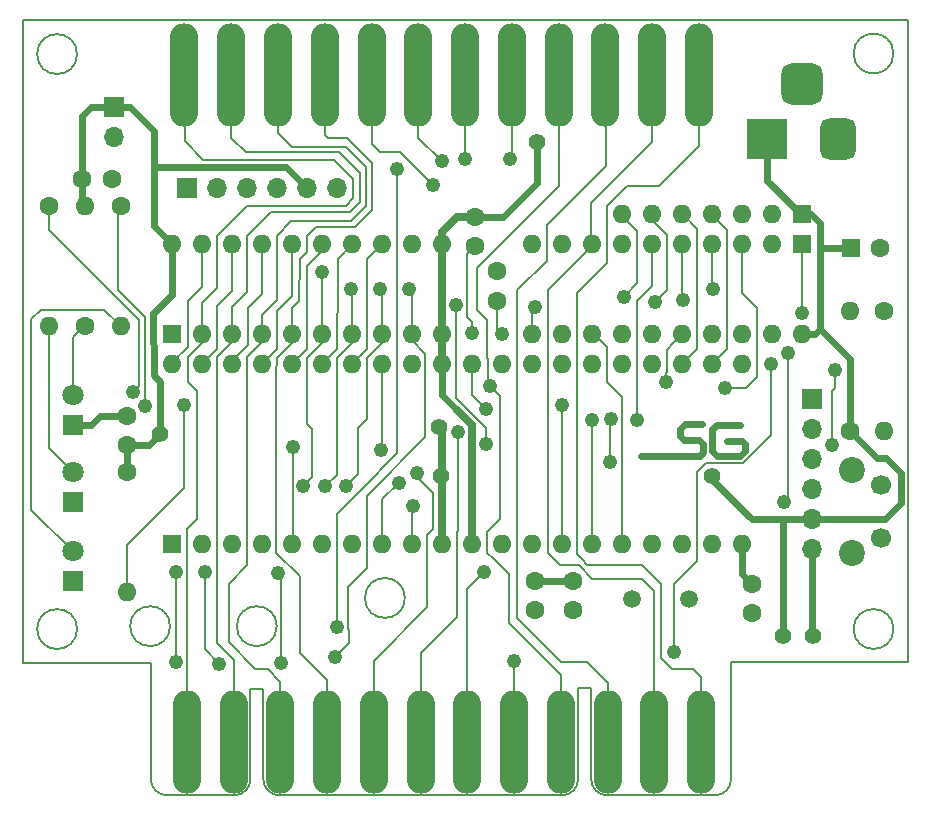
<source format=gbr>
G04 #@! TF.GenerationSoftware,KiCad,Pcbnew,7.0.10*
G04 #@! TF.CreationDate,2024-02-21T12:16:34-05:00*
G04 #@! TF.ProjectId,CBM-SD,43424d2d-5344-42e6-9b69-6361645f7063,rev?*
G04 #@! TF.SameCoordinates,Original*
G04 #@! TF.FileFunction,Copper,L1,Top*
G04 #@! TF.FilePolarity,Positive*
%FSLAX46Y46*%
G04 Gerber Fmt 4.6, Leading zero omitted, Abs format (unit mm)*
G04 Created by KiCad (PCBNEW 7.0.10) date 2024-02-21 12:16:34*
%MOMM*%
%LPD*%
G01*
G04 APERTURE LIST*
G04 Aperture macros list*
%AMRoundRect*
0 Rectangle with rounded corners*
0 $1 Rounding radius*
0 $2 $3 $4 $5 $6 $7 $8 $9 X,Y pos of 4 corners*
0 Add a 4 corners polygon primitive as box body*
4,1,4,$2,$3,$4,$5,$6,$7,$8,$9,$2,$3,0*
0 Add four circle primitives for the rounded corners*
1,1,$1+$1,$2,$3*
1,1,$1+$1,$4,$5*
1,1,$1+$1,$6,$7*
1,1,$1+$1,$8,$9*
0 Add four rect primitives between the rounded corners*
20,1,$1+$1,$2,$3,$4,$5,0*
20,1,$1+$1,$4,$5,$6,$7,0*
20,1,$1+$1,$6,$7,$8,$9,0*
20,1,$1+$1,$8,$9,$2,$3,0*%
G04 Aperture macros list end*
G04 #@! TA.AperFunction,ComponentPad*
%ADD10C,1.600000*%
G04 #@! TD*
G04 #@! TA.AperFunction,ComponentPad*
%ADD11O,1.600000X1.600000*%
G04 #@! TD*
G04 #@! TA.AperFunction,ComponentPad*
%ADD12R,1.600000X1.600000*%
G04 #@! TD*
G04 #@! TA.AperFunction,ComponentPad*
%ADD13C,1.500000*%
G04 #@! TD*
G04 #@! TA.AperFunction,ComponentPad*
%ADD14R,1.800000X1.800000*%
G04 #@! TD*
G04 #@! TA.AperFunction,ComponentPad*
%ADD15C,1.800000*%
G04 #@! TD*
G04 #@! TA.AperFunction,ComponentPad*
%ADD16R,3.500000X3.500000*%
G04 #@! TD*
G04 #@! TA.AperFunction,ComponentPad*
%ADD17RoundRect,0.750000X0.750000X1.000000X-0.750000X1.000000X-0.750000X-1.000000X0.750000X-1.000000X0*%
G04 #@! TD*
G04 #@! TA.AperFunction,ComponentPad*
%ADD18RoundRect,0.875000X0.875000X0.875000X-0.875000X0.875000X-0.875000X-0.875000X0.875000X-0.875000X0*%
G04 #@! TD*
G04 #@! TA.AperFunction,ComponentPad*
%ADD19R,1.700000X1.700000*%
G04 #@! TD*
G04 #@! TA.AperFunction,ComponentPad*
%ADD20O,1.700000X1.700000*%
G04 #@! TD*
G04 #@! TA.AperFunction,ConnectorPad*
%ADD21O,2.410000X8.760000*%
G04 #@! TD*
G04 #@! TA.AperFunction,ComponentPad*
%ADD22C,2.200000*%
G04 #@! TD*
G04 #@! TA.AperFunction,ComponentPad*
%ADD23C,1.700000*%
G04 #@! TD*
G04 #@! TA.AperFunction,ViaPad*
%ADD24C,1.422400*%
G04 #@! TD*
G04 #@! TA.AperFunction,ViaPad*
%ADD25C,1.219200*%
G04 #@! TD*
G04 #@! TA.AperFunction,Conductor*
%ADD26C,0.600000*%
G04 #@! TD*
G04 #@! TA.AperFunction,Conductor*
%ADD27C,0.660400*%
G04 #@! TD*
G04 #@! TA.AperFunction,Conductor*
%ADD28C,0.203200*%
G04 #@! TD*
G04 #@! TA.AperFunction,Conductor*
%ADD29C,0.200000*%
G04 #@! TD*
G04 #@! TA.AperFunction,Profile*
%ADD30C,0.200660*%
G04 #@! TD*
G04 APERTURE END LIST*
D10*
X125996700Y-104076500D03*
D11*
X125996700Y-114236500D03*
D12*
X183134000Y-82232500D03*
D11*
X180594000Y-82232500D03*
X178054000Y-82232500D03*
X175514000Y-82232500D03*
X172974000Y-82232500D03*
X170434000Y-82232500D03*
X167894000Y-82232500D03*
D12*
X129794000Y-110172500D03*
D11*
X132334000Y-110172500D03*
X134874000Y-110172500D03*
X137414000Y-110172500D03*
X139954000Y-110172500D03*
X142494000Y-110172500D03*
X145034000Y-110172500D03*
X147574000Y-110172500D03*
X150114000Y-110172500D03*
X152654000Y-110172500D03*
X155194000Y-110172500D03*
X157734000Y-110172500D03*
X160274000Y-110172500D03*
X162814000Y-110172500D03*
X165354000Y-110172500D03*
X167894000Y-110172500D03*
X170434000Y-110172500D03*
X172974000Y-110172500D03*
X175514000Y-110172500D03*
X178054000Y-110172500D03*
X178054000Y-94932500D03*
X175514000Y-94932500D03*
X172974000Y-94932500D03*
X170434000Y-94932500D03*
X167894000Y-94932500D03*
X165354000Y-94932500D03*
X162814000Y-94932500D03*
X160274000Y-94932500D03*
X157734000Y-94932500D03*
X155194000Y-94932500D03*
X152654000Y-94932500D03*
X150114000Y-94932500D03*
X147574000Y-94932500D03*
X145034000Y-94932500D03*
X142494000Y-94932500D03*
X139954000Y-94932500D03*
X137414000Y-94932500D03*
X134874000Y-94932500D03*
X132334000Y-94932500D03*
X129794000Y-94932500D03*
D12*
X129794000Y-92392500D03*
D11*
X132334000Y-92392500D03*
X134874000Y-92392500D03*
X137414000Y-92392500D03*
X139954000Y-92392500D03*
X142494000Y-92392500D03*
X145034000Y-92392500D03*
X147574000Y-92392500D03*
X150114000Y-92392500D03*
X152654000Y-92392500D03*
X152654000Y-84772500D03*
X150114000Y-84772500D03*
X147574000Y-84772500D03*
X145034000Y-84772500D03*
X142494000Y-84772500D03*
X139954000Y-84772500D03*
X137414000Y-84772500D03*
X134874000Y-84772500D03*
X132334000Y-84772500D03*
X129794000Y-84772500D03*
D12*
X183134000Y-84772500D03*
D11*
X180594000Y-84772500D03*
X178054000Y-84772500D03*
X175514000Y-84772500D03*
X172974000Y-84772500D03*
X170434000Y-84772500D03*
X167894000Y-84772500D03*
X165354000Y-84772500D03*
X162814000Y-84772500D03*
X160274000Y-84772500D03*
X160274000Y-92392500D03*
X162814000Y-92392500D03*
X165354000Y-92392500D03*
X167894000Y-92392500D03*
X170434000Y-92392500D03*
X172974000Y-92392500D03*
X175514000Y-92392500D03*
X178054000Y-92392500D03*
X180594000Y-92392500D03*
X183134000Y-92392500D03*
D10*
X124694000Y-79248000D03*
X122194000Y-79248000D03*
X160500000Y-113275000D03*
X160500000Y-115775000D03*
X155475000Y-84925000D03*
X155475000Y-82425000D03*
X157300000Y-89550000D03*
X157300000Y-87050000D03*
X122428000Y-91694000D03*
D11*
X122428000Y-81534000D03*
D10*
X178875000Y-113500000D03*
X178875000Y-116000000D03*
D13*
X168725000Y-114775000D03*
X173605000Y-114775000D03*
D10*
X119380000Y-81534000D03*
D11*
X119380000Y-91694000D03*
D14*
X121450100Y-113322100D03*
D15*
X121450100Y-110782100D03*
D14*
X121450100Y-106616500D03*
D15*
X121450100Y-104076500D03*
D16*
X180182000Y-75887500D03*
D17*
X186182000Y-75887500D03*
D18*
X183182000Y-71187500D03*
D14*
X121462800Y-100037900D03*
D15*
X121462800Y-97497900D03*
D19*
X183997600Y-97891600D03*
D20*
X183997600Y-100431600D03*
X183997600Y-102971600D03*
X183997600Y-105511600D03*
X183997600Y-108051600D03*
X183997600Y-110591600D03*
D10*
X187198000Y-100584000D03*
D11*
X187198000Y-90424000D03*
D10*
X190093600Y-90424000D03*
D11*
X190093600Y-100584000D03*
D10*
X163725000Y-113275000D03*
X163725000Y-115775000D03*
X125476000Y-81534000D03*
D11*
X125476000Y-91694000D03*
D19*
X124891800Y-73126600D03*
D20*
X124891800Y-75666600D03*
D10*
X126009400Y-99290500D03*
X126009400Y-101790500D03*
D12*
X187285621Y-85090000D03*
D10*
X189785621Y-85090000D03*
D21*
X131052300Y-126923800D03*
X135012300Y-126923800D03*
X138972300Y-126923800D03*
X142932300Y-126923800D03*
X146892300Y-126923800D03*
X150852300Y-126923800D03*
X154812300Y-126923800D03*
X158772300Y-126923800D03*
X162732300Y-126923800D03*
X166692300Y-126923800D03*
X170652300Y-126923800D03*
X174612300Y-126923800D03*
D22*
X187350400Y-110896400D03*
X187350400Y-103896400D03*
D23*
X189850400Y-105146400D03*
X189850400Y-109646400D03*
D19*
X131064000Y-80010000D03*
D20*
X133604000Y-80010000D03*
X136144000Y-80010000D03*
X138684000Y-80010000D03*
X141224000Y-80010000D03*
X143764000Y-80010000D03*
D21*
X130860799Y-70408800D03*
X134820799Y-70408800D03*
X138780799Y-70408800D03*
X142740799Y-70408800D03*
X146700799Y-70408800D03*
X150660799Y-70408800D03*
X154620799Y-70408800D03*
X158580799Y-70408800D03*
X162540799Y-70408800D03*
X166500799Y-70408800D03*
X170460799Y-70408800D03*
X174420799Y-70408800D03*
D24*
X160731200Y-76136500D03*
X184099200Y-117906800D03*
X152425400Y-100228400D03*
X128790700Y-100838000D03*
X152577800Y-104419400D03*
X175564800Y-104406700D03*
X181559200Y-117906800D03*
D25*
X155194000Y-92312500D03*
X157734000Y-92392500D03*
X130810000Y-98399600D03*
X156362400Y-98717100D03*
X148837500Y-78437500D03*
X143811100Y-117187500D03*
X143625000Y-119725000D03*
X149860000Y-88582500D03*
X139000000Y-120225000D03*
X147447000Y-88519000D03*
X144500000Y-105275000D03*
X138775000Y-112575000D03*
X142800000Y-105250000D03*
X132588000Y-112522000D03*
X133825000Y-120275000D03*
X144970500Y-88582500D03*
X130137400Y-112522000D03*
X142494000Y-87122000D03*
X130137400Y-120167400D03*
X140931400Y-105219500D03*
X156718000Y-96748600D03*
X176618900Y-96964500D03*
X172325000Y-119275000D03*
X180530500Y-94945200D03*
X175577500Y-88557100D03*
X158432500Y-77533500D03*
X158772300Y-120052700D03*
X181965600Y-93954600D03*
X154609800Y-77533500D03*
X181659506Y-106559506D03*
X173050200Y-89522300D03*
X156210000Y-112522000D03*
X152654000Y-77724000D03*
X169164000Y-99644200D03*
X154051000Y-100647500D03*
X166878000Y-103187500D03*
X151892000Y-79756000D03*
X166966900Y-99555300D03*
X150583900Y-104178100D03*
X168084500Y-89217500D03*
X156400500Y-101663500D03*
X140017500Y-101955600D03*
X153860500Y-89916000D03*
X183134000Y-90551000D03*
X148987500Y-104962500D03*
X185675000Y-101750000D03*
X150225000Y-106900000D03*
X185975000Y-95450000D03*
X171640500Y-96456500D03*
X162839400Y-98412300D03*
X126492000Y-97282000D03*
X165354000Y-99631500D03*
X127546100Y-98501200D03*
X170688000Y-89662000D03*
X160528000Y-90106500D03*
X147535900Y-102158800D03*
D26*
X174436900Y-101341100D02*
X173154200Y-101341100D01*
X177900000Y-102675000D02*
X178306400Y-102268600D01*
X175982300Y-102675000D02*
X177900000Y-102675000D01*
X174475000Y-102700000D02*
X174779800Y-102395200D01*
X175563200Y-101163700D02*
X175563200Y-102255900D01*
X173255800Y-99994900D02*
X174716300Y-99994900D01*
X174779800Y-102395200D02*
X174779800Y-101684000D01*
X175931500Y-100046100D02*
X175563200Y-100414400D01*
X178027000Y-101443100D02*
X176833200Y-101443100D01*
X177874600Y-100046100D02*
X175931500Y-100046100D01*
X175563200Y-100414400D02*
X175563200Y-101163700D01*
X169522000Y-102700000D02*
X174475000Y-102700000D01*
X172824000Y-101010900D02*
X172824000Y-100426700D01*
X173154200Y-101341100D02*
X172824000Y-101010900D01*
X172824000Y-100426700D02*
X173255800Y-99994900D01*
X178306400Y-102268600D02*
X178306400Y-101722500D01*
X174779800Y-101684000D02*
X174436900Y-101341100D01*
X178306400Y-101722500D02*
X178027000Y-101443100D01*
X175563200Y-102255900D02*
X175982300Y-102675000D01*
X152654000Y-94932500D02*
X152654000Y-97536000D01*
D27*
X155194000Y-110172500D02*
X155194000Y-102616000D01*
D26*
X160731200Y-79543800D02*
X157850000Y-82425000D01*
X160731200Y-76136500D02*
X160731200Y-79543800D01*
X183997600Y-110591600D02*
X183997600Y-117805200D01*
X121462800Y-100037900D02*
X122974100Y-100037900D01*
D27*
X153925000Y-82425000D02*
X155475000Y-82425000D01*
X152654000Y-92392500D02*
X152654000Y-89852500D01*
D26*
X123721500Y-99290500D02*
X126009400Y-99290500D01*
D27*
X152654000Y-84772500D02*
X152654000Y-83696000D01*
X152654000Y-83696000D02*
X153925000Y-82425000D01*
X152654000Y-89852500D02*
X152654000Y-84772500D01*
X155194000Y-100076000D02*
X155194000Y-102616000D01*
D26*
X178054000Y-110172500D02*
X178054000Y-112679000D01*
X157850000Y-82425000D02*
X155475000Y-82425000D01*
D27*
X152654000Y-94932500D02*
X152654000Y-92392500D01*
D26*
X122974100Y-100037900D02*
X123721500Y-99290500D01*
X178054000Y-112679000D02*
X178875000Y-113500000D01*
X152654000Y-97536000D02*
X153962100Y-98844100D01*
X183997600Y-117805200D02*
X184099200Y-117906800D01*
X163725000Y-113275000D02*
X160500000Y-113275000D01*
D27*
X153962100Y-98844100D02*
X155194000Y-100076000D01*
D26*
X139446000Y-78232000D02*
X128270000Y-78232000D01*
X183032500Y-82232500D02*
X180182000Y-79382000D01*
X126212600Y-73126600D02*
X124891800Y-73126600D01*
X126009400Y-101790500D02*
X127838200Y-101790500D01*
X184658000Y-85344000D02*
X184658000Y-82992000D01*
X183134000Y-82232500D02*
X183898500Y-82232500D01*
X128790700Y-96393000D02*
X128246658Y-95848958D01*
X181559200Y-117906800D02*
X181559200Y-108259200D01*
X190246000Y-102870000D02*
X191516000Y-104140000D01*
X183898500Y-82232500D02*
X184658000Y-82992000D01*
X152654000Y-100482400D02*
X152654000Y-100457000D01*
X190144400Y-108051600D02*
X183997600Y-108051600D01*
X180182000Y-79382000D02*
X180182000Y-75887500D01*
X181559200Y-108259200D02*
X181351600Y-108051600D01*
X175564800Y-104743000D02*
X178873400Y-108051600D01*
X181351600Y-108051600D02*
X178873400Y-108051600D01*
X191516000Y-104140000D02*
X191516000Y-106680000D01*
X128270000Y-78740000D02*
X128270000Y-78232000D01*
D27*
X152654000Y-100482400D02*
X152654000Y-102425500D01*
D26*
X129794000Y-84772500D02*
X128270000Y-83248500D01*
X184658000Y-91948000D02*
X184658000Y-90919300D01*
X122194000Y-79248000D02*
X122194000Y-73894000D01*
X126009400Y-104063800D02*
X125996700Y-104076500D01*
X184658000Y-85344000D02*
X184912000Y-85090000D01*
X189484000Y-102870000D02*
X190246000Y-102870000D01*
X128270000Y-78232000D02*
X128270000Y-75184000D01*
X187198000Y-94488000D02*
X184658000Y-91948000D01*
X129794000Y-89056114D02*
X128221057Y-90629057D01*
X152654000Y-100457000D02*
X152425400Y-100228400D01*
X191516000Y-106680000D02*
X190144400Y-108051600D01*
X175564800Y-104406700D02*
X175564800Y-104743000D01*
X122194000Y-73894000D02*
X122961400Y-73126600D01*
D27*
X152654000Y-102425500D02*
X152654000Y-104343200D01*
D26*
X184912000Y-85090000D02*
X187285621Y-85090000D01*
X183134000Y-82232500D02*
X183032500Y-82232500D01*
X187198000Y-100584000D02*
X189484000Y-102870000D01*
X184658000Y-90919300D02*
X184658000Y-85344000D01*
X129794000Y-84772500D02*
X129794000Y-89056114D01*
X141224000Y-80010000D02*
X139446000Y-78232000D01*
X128246658Y-95848958D02*
X128221057Y-90629057D01*
X122174000Y-79268000D02*
X122194000Y-79248000D01*
X122961400Y-73126600D02*
X124891800Y-73126600D01*
X152654000Y-104343200D02*
X152577800Y-104419400D01*
X122174000Y-81534000D02*
X122174000Y-79268000D01*
X128270000Y-83248500D02*
X128270000Y-78740000D01*
X183134000Y-92392500D02*
X184213500Y-92392500D01*
X184213500Y-92392500D02*
X184658000Y-91948000D01*
X128270000Y-75184000D02*
X126212600Y-73126600D01*
X128790700Y-100838000D02*
X128790700Y-96393000D01*
D27*
X152654000Y-104343200D02*
X152654000Y-110172500D01*
D26*
X127838200Y-101790500D02*
X128790700Y-100838000D01*
X183997600Y-108051600D02*
X181351600Y-108051600D01*
X184658000Y-90919300D02*
X184658000Y-91617800D01*
X126009400Y-101790500D02*
X126009400Y-104063800D01*
X187198000Y-94488000D02*
X187198000Y-100584000D01*
D28*
X155194000Y-91394000D02*
X154750000Y-90950000D01*
X155194000Y-92312500D02*
X155194000Y-91394000D01*
X154774411Y-85625589D02*
X155475000Y-84925000D01*
X154774411Y-90925589D02*
X154774411Y-85625589D01*
X154750000Y-90950000D02*
X154774411Y-90925589D01*
X157300000Y-91958500D02*
X157300000Y-89550000D01*
D29*
X130810000Y-98399600D02*
X130810000Y-100838000D01*
X155194000Y-94932500D02*
X155194000Y-97548700D01*
D28*
X157734000Y-92392500D02*
X157300000Y-91958500D01*
X130810000Y-100838000D02*
X130810000Y-105448100D01*
X130810000Y-105448100D02*
X125996700Y-110261400D01*
D29*
X156362400Y-98717100D02*
X155194000Y-97548700D01*
X125996700Y-110261400D02*
X125996700Y-114236500D01*
X119380000Y-91694000D02*
X119380000Y-102006400D01*
D28*
X121450100Y-104076500D02*
X120700800Y-103327200D01*
D29*
X119380000Y-102006400D02*
X120700800Y-103327200D01*
D28*
X124079000Y-90297000D02*
X118672000Y-90297000D01*
X125476000Y-91694000D02*
X124079000Y-90297000D01*
X117900000Y-107232000D02*
X121450100Y-110782100D01*
X117900000Y-91075000D02*
X117900000Y-107232000D01*
X118672000Y-90297000D02*
X118672000Y-90303000D01*
X118672000Y-90303000D02*
X117900000Y-91075000D01*
D29*
X121462800Y-92659200D02*
X122428000Y-91694000D01*
X121462800Y-97497900D02*
X121462800Y-92659200D01*
X148844000Y-101155500D02*
X148844000Y-102412800D01*
X146799300Y-104575700D02*
X143800000Y-107575000D01*
X146799300Y-104546400D02*
X146799300Y-104575700D01*
X143800000Y-107575000D02*
X143800000Y-117176400D01*
X147815300Y-103441500D02*
X146799300Y-104546400D01*
X148844000Y-83820000D02*
X148837500Y-83813500D01*
X148844000Y-102412800D02*
X147815300Y-103441500D01*
X148837500Y-83813500D02*
X148837500Y-78437500D01*
D28*
X148844000Y-83820000D02*
X148844000Y-101155500D01*
D29*
X143800000Y-117176400D02*
X143811100Y-117187500D01*
D28*
X144725000Y-117375000D02*
X144800000Y-117450000D01*
X146294500Y-106044500D02*
X151257000Y-101082000D01*
X151257000Y-94043500D02*
X150114000Y-92900500D01*
X144800000Y-118550000D02*
X143625000Y-119725000D01*
X146350000Y-106100000D02*
X146350000Y-112200000D01*
X146294500Y-106044500D02*
X146350000Y-106100000D01*
X149860000Y-88582500D02*
X150114000Y-88836500D01*
X151257000Y-95948500D02*
X151257000Y-94043500D01*
X144800000Y-117450000D02*
X144800000Y-118550000D01*
X146350000Y-112200000D02*
X144725000Y-113825000D01*
X144725000Y-113825000D02*
X144725000Y-117375000D01*
D29*
X151257000Y-95948500D02*
X151257000Y-101082000D01*
D28*
X150114000Y-88836500D02*
X150114000Y-92392500D01*
D29*
X145554700Y-104220300D02*
X145554700Y-103629700D01*
D28*
X147574000Y-88646000D02*
X147447000Y-88519000D01*
X147574000Y-93091000D02*
X147574000Y-92392500D01*
D29*
X146304000Y-99596000D02*
X145554700Y-100345300D01*
X146304000Y-95948500D02*
X146304000Y-99596000D01*
D28*
X139000000Y-112800000D02*
X139000000Y-120225000D01*
X146304000Y-94361000D02*
X147574000Y-93091000D01*
D29*
X145554700Y-103629700D02*
X145554700Y-100345300D01*
D28*
X138775000Y-112575000D02*
X139000000Y-112800000D01*
D29*
X144500000Y-105275000D02*
X145554700Y-104220300D01*
D28*
X146304000Y-95948500D02*
X146304000Y-94361000D01*
X147574000Y-92392500D02*
X147574000Y-88646000D01*
X132588000Y-119038000D02*
X133825000Y-120275000D01*
X132588000Y-112522000D02*
X132588000Y-118637000D01*
X145034000Y-88646000D02*
X145034000Y-92392500D01*
X143764000Y-94424500D02*
X145034000Y-93154500D01*
X143764000Y-104286000D02*
X143764000Y-103689000D01*
X143764000Y-96202500D02*
X143764000Y-94424500D01*
X145034000Y-93154500D02*
X145034000Y-92392500D01*
X144970500Y-88582500D02*
X145034000Y-88646000D01*
X142800000Y-105250000D02*
X143764000Y-104286000D01*
X132588000Y-118637000D02*
X132588000Y-119038000D01*
X143764000Y-96202500D02*
X143764000Y-103689000D01*
X130137400Y-112522000D02*
X130137400Y-120167400D01*
X142494000Y-87122000D02*
X142494000Y-92392500D01*
X141668000Y-100407000D02*
X141668000Y-104482900D01*
X141224000Y-99963000D02*
X141668000Y-100407000D01*
X142494000Y-92392500D02*
X142494000Y-93091000D01*
X141224000Y-94361000D02*
X141224000Y-99963000D01*
X141668000Y-104482900D02*
X140931400Y-105219500D01*
X142494000Y-93091000D02*
X141224000Y-94361000D01*
D29*
X164975000Y-111900000D02*
X169600000Y-111900000D01*
D28*
X174433500Y-76442300D02*
X171049950Y-79825850D01*
X164084000Y-88900000D02*
X164084000Y-110617000D01*
D29*
X164084000Y-110617000D02*
X164084000Y-110972600D01*
D28*
X174433500Y-70332600D02*
X174433500Y-76442300D01*
X171049950Y-79825850D02*
X168319450Y-79825850D01*
D29*
X174612300Y-121412000D02*
X174612300Y-126923800D01*
X173900150Y-120699850D02*
X174612300Y-121412000D01*
D28*
X166624000Y-81521300D02*
X166624000Y-86360000D01*
X168319450Y-79825850D02*
X166624000Y-81521300D01*
D29*
X164503100Y-111428100D02*
X164975000Y-111900000D01*
X164503100Y-111391700D02*
X164503100Y-111428100D01*
X164084000Y-110972600D02*
X164503100Y-111391700D01*
D28*
X166624000Y-86360000D02*
X164084000Y-88900000D01*
D29*
X171237500Y-113537500D02*
X171237500Y-119837500D01*
X171237500Y-119837500D02*
X172099850Y-120699850D01*
X169600000Y-111900000D02*
X171237500Y-113537500D01*
X172099850Y-120699850D02*
X173900150Y-120699850D01*
D28*
X165354000Y-84899500D02*
X165354000Y-84772500D01*
D29*
X169600000Y-113100000D02*
X170652300Y-114152300D01*
X161607500Y-110617000D02*
X161607500Y-110907500D01*
X161607500Y-110907500D02*
X162650000Y-111950000D01*
D28*
X165290500Y-84709000D02*
X165354000Y-84772500D01*
D29*
X164250000Y-111950000D02*
X165400000Y-113100000D01*
X162650000Y-111950000D02*
X164250000Y-111950000D01*
D28*
X170473500Y-76097000D02*
X165290500Y-81280000D01*
D29*
X170652300Y-114152300D02*
X170652300Y-126923800D01*
D28*
X161607500Y-110617000D02*
X161607500Y-88646000D01*
X170473500Y-70332600D02*
X170473500Y-76097000D01*
X165290500Y-81280000D02*
X165290500Y-84709000D01*
D29*
X165400000Y-113100000D02*
X169600000Y-113100000D01*
D28*
X161607500Y-88646000D02*
X165354000Y-84899500D01*
D29*
X159000000Y-115608000D02*
X159000000Y-116400000D01*
D28*
X159004000Y-88671400D02*
X161518600Y-86156800D01*
X166513500Y-78136500D02*
X166513500Y-70332600D01*
X159004000Y-90868500D02*
X159004000Y-88671400D01*
D29*
X166692300Y-121907700D02*
X166692300Y-126923800D01*
X159000000Y-116400000D02*
X162762500Y-120162500D01*
D28*
X161518600Y-83131400D02*
X166513500Y-78136500D01*
D29*
X164947100Y-120162500D02*
X166692300Y-121907700D01*
D28*
X159004000Y-88773000D02*
X159004000Y-90868500D01*
D29*
X162762500Y-120162500D02*
X164947100Y-120162500D01*
X159004000Y-115604000D02*
X159000000Y-115608000D01*
X159004000Y-110680500D02*
X159004000Y-115604000D01*
D28*
X161518600Y-86156800D02*
X161518600Y-83131400D01*
X159004000Y-90868500D02*
X159004000Y-110680500D01*
X159067500Y-88709500D02*
X159004000Y-88773000D01*
D29*
X179324000Y-96012000D02*
X178371500Y-96964500D01*
X179324000Y-93027500D02*
X179324000Y-96012000D01*
D28*
X156718000Y-96393000D02*
X156718000Y-96748600D01*
X157035500Y-111442500D02*
X156464000Y-110871000D01*
D29*
X157035500Y-111442500D02*
X158300000Y-112707000D01*
X162732300Y-121232300D02*
X162732300Y-126923800D01*
D28*
X156464000Y-109156500D02*
X157607000Y-108013500D01*
X156527500Y-96202500D02*
X156718000Y-96393000D01*
D29*
X178371500Y-96964500D02*
X176618900Y-96964500D01*
D28*
X178054000Y-84772500D02*
X178054000Y-88900000D01*
X156464000Y-110871000D02*
X156464000Y-109156500D01*
D29*
X157607000Y-99631500D02*
X157607000Y-97637600D01*
D28*
X162553500Y-79846500D02*
X155650000Y-86750000D01*
X179324000Y-93027500D02*
X179324000Y-90170000D01*
D29*
X158300000Y-116800000D02*
X162732300Y-121232300D01*
D28*
X156464000Y-94424500D02*
X156527500Y-94488000D01*
X156527500Y-94488000D02*
X156527500Y-96202500D01*
X162553500Y-70332600D02*
X162553500Y-79846500D01*
X155650000Y-86750000D02*
X155650000Y-90375000D01*
X178054000Y-88900000D02*
X179324000Y-90170000D01*
D29*
X158300000Y-112707000D02*
X158300000Y-116800000D01*
X157607000Y-97637600D02*
X156718000Y-96748600D01*
D28*
X155650000Y-90375000D02*
X156464000Y-91189000D01*
X156464000Y-91189000D02*
X156464000Y-94424500D01*
X157607000Y-108013500D02*
X157607000Y-99631500D01*
D29*
X158593500Y-70332600D02*
X158593500Y-77372500D01*
X172325000Y-116575000D02*
X172325000Y-119275000D01*
X158593500Y-77372500D02*
X158432500Y-77533500D01*
X180530500Y-100896874D02*
X178149655Y-103277719D01*
X180530500Y-94945200D02*
X180530500Y-100896874D01*
X174275000Y-111600000D02*
X174275000Y-104050000D01*
X175047281Y-103277719D02*
X178149655Y-103277719D01*
D28*
X175514000Y-84772500D02*
X175514000Y-88493600D01*
D29*
X172325000Y-113650000D02*
X172325000Y-116575000D01*
X180530500Y-94945200D02*
X180530500Y-100755500D01*
X174275000Y-104050000D02*
X175047281Y-103277719D01*
X158772300Y-120052700D02*
X158772300Y-126923800D01*
D28*
X175514000Y-88493600D02*
X175577500Y-88557100D01*
D29*
X172325000Y-113650000D02*
X172325000Y-113550000D01*
X172325000Y-113550000D02*
X174275000Y-111600000D01*
D28*
X154812300Y-126923800D02*
X154812300Y-121831800D01*
D29*
X154812300Y-121831800D02*
X154812300Y-113919700D01*
X154633500Y-70332600D02*
X154633500Y-77509800D01*
D28*
X172974000Y-89446100D02*
X173050200Y-89522300D01*
X181965600Y-95275400D02*
X181965600Y-93954600D01*
D29*
X154633500Y-77509800D02*
X154609800Y-77533500D01*
D28*
X172974000Y-84772500D02*
X172974000Y-89446100D01*
X181659506Y-106559506D02*
X181965600Y-106253412D01*
D29*
X154812300Y-113919700D02*
X156210000Y-112522000D01*
X181965600Y-95275400D02*
X181965600Y-104709400D01*
D28*
X181965600Y-106253412D02*
X181965600Y-104709400D01*
X154051000Y-100647500D02*
X154051000Y-109029500D01*
X154051000Y-109029500D02*
X153924000Y-109156500D01*
X169164000Y-89535000D02*
X169164000Y-99644200D01*
D29*
X150852300Y-119403700D02*
X150852300Y-126923800D01*
D28*
X153924000Y-109156500D02*
X153924000Y-112268000D01*
X170434000Y-84772500D02*
X170434000Y-88265000D01*
D29*
X150852300Y-119403700D02*
X153924000Y-116332000D01*
D28*
X153924000Y-112268000D02*
X153924000Y-116332000D01*
X170434000Y-88265000D02*
X169164000Y-89535000D01*
D29*
X150673500Y-75743500D02*
X152654000Y-77724000D01*
X150673500Y-70332600D02*
X150673500Y-75743500D01*
X166878000Y-99644200D02*
X166878000Y-103187500D01*
D28*
X150583900Y-104508900D02*
X151900000Y-105825000D01*
D29*
X146713500Y-70332600D02*
X146713500Y-76253900D01*
X146713500Y-76253900D02*
X147447000Y-76987400D01*
X147447000Y-76987400D02*
X149123400Y-76987400D01*
X149123400Y-76987400D02*
X151892000Y-79756000D01*
D28*
X146892300Y-120032700D02*
X146892300Y-126923800D01*
X151400000Y-109400000D02*
X151400000Y-115525000D01*
X151400000Y-115525000D02*
X146892300Y-120032700D01*
X150583900Y-104178100D02*
X150583900Y-104508900D01*
X151900000Y-108900000D02*
X151400000Y-109400000D01*
X151900000Y-105825000D02*
X151900000Y-108900000D01*
D29*
X166966900Y-99555300D02*
X166878000Y-99644200D01*
D28*
X144592800Y-75742800D02*
X146775000Y-77925000D01*
X142932300Y-121682300D02*
X142932300Y-126923800D01*
X138620500Y-97682518D02*
X138620500Y-110870500D01*
X145313000Y-83312000D02*
X141986000Y-83312000D01*
X142753500Y-75494300D02*
X143002000Y-75742800D01*
X141224000Y-85407500D02*
X140652500Y-85979000D01*
X140600000Y-119350000D02*
X142932300Y-121682300D01*
X140600000Y-112850000D02*
X140600000Y-119350000D01*
X143002000Y-75742800D02*
X144592800Y-75742800D01*
X140589000Y-89535000D02*
X139954000Y-90170000D01*
X146775000Y-81850000D02*
X145313000Y-83312000D01*
X138620500Y-110870500D02*
X140600000Y-112850000D01*
X141986000Y-83312000D02*
X141224000Y-84074000D01*
X141224000Y-84074000D02*
X141224000Y-85407500D01*
X138684000Y-94361000D02*
X139954000Y-93091000D01*
X140652500Y-85979000D02*
X140589000Y-89535000D01*
D29*
X138620500Y-95821500D02*
X138620500Y-97682518D01*
D28*
X146775000Y-77925000D02*
X146775000Y-81850000D01*
X142753500Y-70332600D02*
X142753500Y-75494300D01*
X138620500Y-95821500D02*
X138684000Y-94361000D01*
X139954000Y-93091000D02*
X139954000Y-92392500D01*
X139954000Y-90170000D02*
X139954000Y-92392500D01*
X137414000Y-90741500D02*
X138684000Y-89471500D01*
D29*
X137890250Y-120719850D02*
X138972300Y-121801900D01*
D28*
X139921000Y-82804000D02*
X144971000Y-82804000D01*
X137414000Y-92392500D02*
X137414000Y-93027500D01*
X138684000Y-84041000D02*
X139921000Y-82804000D01*
X146250000Y-81525000D02*
X146250000Y-78250000D01*
X144971000Y-82804000D02*
X146250000Y-81525000D01*
X146250000Y-78250000D02*
X144537500Y-76537500D01*
D29*
X138972300Y-121801900D02*
X138972300Y-126923800D01*
X136144000Y-95948500D02*
X136144000Y-98767900D01*
D28*
X138793500Y-75368500D02*
X138793500Y-70332600D01*
X137414000Y-93027500D02*
X136144000Y-94297500D01*
X138684000Y-89471500D02*
X138684000Y-84041000D01*
X136144000Y-111963200D02*
X134603600Y-113503600D01*
X139962500Y-76537500D02*
X138793500Y-75368500D01*
X134603600Y-113503600D02*
X134603600Y-118478600D01*
X134603600Y-118478600D02*
X136844850Y-120719850D01*
X144537500Y-76537500D02*
X139962500Y-76537500D01*
X136144000Y-98767900D02*
X136144000Y-111963200D01*
D29*
X136844850Y-120719850D02*
X137890250Y-120719850D01*
D28*
X137414000Y-92392500D02*
X137414000Y-90741500D01*
X136144000Y-94297500D02*
X136144000Y-95948500D01*
D29*
X145713000Y-78762000D02*
X145713000Y-81221000D01*
D28*
X134874000Y-90043000D02*
X134874000Y-92392500D01*
X133604000Y-100228400D02*
X133604000Y-118554000D01*
D29*
X133604000Y-96075500D02*
X133604000Y-100228400D01*
D28*
X133604000Y-96075500D02*
X133604000Y-94297500D01*
D29*
X143913000Y-76962000D02*
X145713000Y-78762000D01*
X134833500Y-75758500D02*
X136037000Y-76962000D01*
D28*
X133604000Y-94297500D02*
X134874000Y-93027500D01*
D29*
X134833500Y-70332600D02*
X134833500Y-75758500D01*
D28*
X136144000Y-84074000D02*
X136144000Y-88773000D01*
X135012300Y-119962300D02*
X135012300Y-126923800D01*
X136144000Y-88773000D02*
X134874000Y-90043000D01*
D29*
X136037000Y-76962000D02*
X143913000Y-76962000D01*
X144892000Y-82042000D02*
X138176000Y-82042000D01*
X138176000Y-82042000D02*
X136144000Y-84074000D01*
D28*
X134874000Y-93027500D02*
X134874000Y-92392500D01*
X133604000Y-118554000D02*
X135012300Y-119962300D01*
D29*
X145713000Y-81221000D02*
X144892000Y-82042000D01*
X133604000Y-84054000D02*
X133604000Y-84239100D01*
D28*
X131889500Y-100990400D02*
X131889500Y-108026200D01*
D29*
X131889500Y-97155000D02*
X131889500Y-100990400D01*
X145165500Y-79209500D02*
X145165500Y-80894500D01*
D28*
X133604000Y-84239100D02*
X133604000Y-88455500D01*
D29*
X130873500Y-76060300D02*
X132410200Y-77597000D01*
D28*
X132334000Y-92392500D02*
X132334000Y-93091000D01*
D29*
X143553000Y-77597000D02*
X145165500Y-79209500D01*
X145165500Y-80894500D02*
X144526000Y-81534000D01*
D28*
X131051300Y-121424700D02*
X131052300Y-121425700D01*
D29*
X132410200Y-77597000D02*
X143553000Y-77597000D01*
X130873500Y-70332600D02*
X130873500Y-76060300D01*
D28*
X132334000Y-89725500D02*
X132334000Y-92392500D01*
D29*
X144526000Y-81534000D02*
X136124000Y-81534000D01*
D28*
X131889500Y-108026200D02*
X131051300Y-108864400D01*
X131127500Y-94297500D02*
X131127500Y-96393000D01*
X132334000Y-93091000D02*
X131127500Y-94297500D01*
D29*
X136124000Y-81534000D02*
X133604000Y-84054000D01*
D28*
X131127500Y-96393000D02*
X131889500Y-97155000D01*
X131052300Y-121425700D02*
X131052300Y-126923800D01*
X131051300Y-108864400D02*
X131051300Y-121424700D01*
X133604000Y-88455500D02*
X132334000Y-89725500D01*
X175514000Y-82232500D02*
X175514000Y-82296000D01*
X176530001Y-93916499D02*
X175514000Y-94932500D01*
X176784000Y-83566000D02*
X176784000Y-93662500D01*
X175514000Y-82296000D02*
X176784000Y-83566000D01*
X176784000Y-93662500D02*
X176530001Y-93916499D01*
X173037500Y-82232500D02*
X174244000Y-83439000D01*
X174269085Y-93637415D02*
X172974000Y-94932500D01*
X174244000Y-90612500D02*
X174269085Y-90637585D01*
X172974000Y-82232500D02*
X173037500Y-82232500D01*
X174269085Y-90637585D02*
X174269085Y-93637415D01*
X174244000Y-83439000D02*
X174244000Y-90612500D01*
X153860500Y-91440000D02*
X153860500Y-89916000D01*
X153860500Y-95631000D02*
X153860500Y-97764600D01*
X156400500Y-101663500D02*
X156400500Y-100304600D01*
X140017500Y-102552500D02*
X140017500Y-102171500D01*
X153860500Y-91440000D02*
X153860500Y-95631000D01*
X167894000Y-82359500D02*
X169164000Y-83629500D01*
D29*
X154697950Y-98602050D02*
X156400500Y-100304600D01*
D28*
X139954000Y-110172500D02*
X140017500Y-110109000D01*
X169164000Y-88074500D02*
X168084500Y-89217500D01*
D29*
X140017500Y-101955600D02*
X140017500Y-102171500D01*
D28*
X153860500Y-97764600D02*
X154697950Y-98602050D01*
X167894000Y-82232500D02*
X167894000Y-82359500D01*
X140017500Y-110109000D02*
X140017500Y-102552500D01*
X169164000Y-83629500D02*
X169164000Y-88074500D01*
X183134000Y-84772500D02*
X183134000Y-90551000D01*
X147574000Y-110172500D02*
X147574000Y-108077000D01*
X147574000Y-110172500D02*
X147574000Y-106376000D01*
X147574000Y-110172500D02*
X147574000Y-108292900D01*
D29*
X147574000Y-107926000D02*
X147574000Y-108077000D01*
D28*
X147574000Y-106376000D02*
X148987500Y-104962500D01*
D29*
X147574000Y-108077000D02*
X147574000Y-108292900D01*
X185675000Y-101750000D02*
X185675000Y-97225000D01*
X150114000Y-107011000D02*
X150114000Y-110172500D01*
X185975000Y-96925000D02*
X185675000Y-97225000D01*
X150225000Y-106900000D02*
X150114000Y-107011000D01*
X185975000Y-95450000D02*
X185975000Y-96925000D01*
D28*
X171677032Y-95594468D02*
X171677032Y-93689468D01*
X172262801Y-93103699D02*
X172974000Y-92392500D01*
X171640500Y-95631000D02*
X171677032Y-95594468D01*
X171640500Y-96456500D02*
X171640500Y-95631000D01*
X171677032Y-93689468D02*
X172262801Y-93103699D01*
X162839400Y-98412300D02*
X162814000Y-100647500D01*
X127000000Y-91186000D02*
X119380000Y-83566000D01*
X119380000Y-83566000D02*
X119380000Y-81534000D01*
X126492000Y-97282000D02*
X127000000Y-96774000D01*
X127000000Y-96774000D02*
X127000000Y-91186000D01*
X162814000Y-100647500D02*
X162814000Y-110172500D01*
X146291155Y-86055345D02*
X146291155Y-93675345D01*
X146291155Y-93675345D02*
X145034000Y-94932500D01*
X147574000Y-84772500D02*
X146291155Y-86055345D01*
D29*
X127546100Y-98501200D02*
X127546100Y-90970100D01*
X127546100Y-90970100D02*
X125222000Y-88646000D01*
X125222000Y-88646000D02*
X125222000Y-81534000D01*
D28*
X165354000Y-99631500D02*
X165354000Y-104203500D01*
X165354000Y-104203500D02*
X165354000Y-110172500D01*
X142494000Y-94932500D02*
X143762912Y-93663588D01*
X143827500Y-85979000D02*
X145034000Y-84772500D01*
X143827500Y-87566500D02*
X143827500Y-85979000D01*
X143762912Y-93663588D02*
X143827500Y-87566500D01*
X166624000Y-93472000D02*
X166624000Y-96418400D01*
X165544500Y-92392500D02*
X166624000Y-93472000D01*
X165354000Y-92392500D02*
X165544500Y-92392500D01*
D29*
X167894000Y-110172500D02*
X167894000Y-97688400D01*
X167894000Y-97688400D02*
X166624000Y-96418400D01*
D28*
X141254117Y-93632383D02*
X141254117Y-86583883D01*
X139954000Y-94932500D02*
X141254117Y-93632383D01*
X142494000Y-85344000D02*
X142494000Y-84772500D01*
X141254117Y-86583883D02*
X142494000Y-85344000D01*
X139954000Y-89154000D02*
X139954000Y-84772500D01*
X137414000Y-94932500D02*
X138686977Y-93659523D01*
X138686977Y-93659523D02*
X138686977Y-90421023D01*
X138686977Y-90421023D02*
X139954000Y-89154000D01*
X134874000Y-94932500D02*
X134874000Y-94615000D01*
X134874000Y-94615000D02*
X136207500Y-93281500D01*
X136207500Y-90170000D02*
X137414000Y-88963500D01*
X136207500Y-93281500D02*
X136207500Y-90170000D01*
X137414000Y-88963500D02*
X137414000Y-84772500D01*
X133604000Y-89979500D02*
X133604000Y-93662500D01*
X134874000Y-84772500D02*
X134874000Y-88709500D01*
X133604000Y-93662500D02*
X133223000Y-94043500D01*
X134874000Y-88709500D02*
X133604000Y-89979500D01*
X133223000Y-94043500D02*
X132334000Y-94932500D01*
D29*
X131127500Y-89611200D02*
X132334000Y-88404700D01*
X129794000Y-94932500D02*
X129794000Y-94780100D01*
D28*
X132334000Y-87058500D02*
X132334000Y-84772500D01*
D29*
X132334000Y-88404700D02*
X132334000Y-87058500D01*
X129794000Y-94780100D02*
X131127500Y-93446600D01*
X131127500Y-93446600D02*
X131127500Y-89611200D01*
D28*
X171704000Y-84010500D02*
X171704000Y-87122000D01*
X160274000Y-90360500D02*
X160528000Y-90106500D01*
X160274000Y-92392500D02*
X160274000Y-90360500D01*
X170688000Y-89662000D02*
X171704000Y-88646000D01*
X170434000Y-82740500D02*
X171704000Y-84010500D01*
X171704000Y-88646000D02*
X171704000Y-87122000D01*
X170434000Y-82232500D02*
X170434000Y-82740500D01*
X147574000Y-101155500D02*
X147574000Y-100901500D01*
X147535900Y-102158800D02*
X147574000Y-101155500D01*
X147574000Y-100901500D02*
X147574000Y-94932500D01*
D30*
X192151000Y-65786000D02*
X192151000Y-114109500D01*
X138669428Y-117106700D02*
G75*
G03*
X135294972Y-117106700I-1687228J0D01*
G01*
X135294972Y-117106700D02*
G75*
G03*
X138669428Y-117106700I1687228J0D01*
G01*
X192151000Y-114109500D02*
X192151000Y-120142000D01*
X129400300Y-131432300D02*
X135051800Y-131432300D01*
X177152300Y-130035300D02*
X177152300Y-120192800D01*
X138925300Y-131432300D02*
X162801300Y-131432300D01*
X166674800Y-131432300D02*
X175755300Y-131432300D01*
X165277800Y-130035300D02*
X165277800Y-122351800D01*
X136448800Y-122415300D02*
X136448800Y-130035300D01*
X137528300Y-130035300D02*
G75*
G03*
X138925300Y-131432300I1397000J0D01*
G01*
X165277800Y-122351800D02*
X164198300Y-122351800D01*
X135051800Y-131432300D02*
G75*
G03*
X136448800Y-130035300I0J1397000D01*
G01*
X136448800Y-122415300D02*
X137528300Y-122415300D01*
X164198300Y-122351800D02*
X164198300Y-130035300D01*
X175755300Y-131432300D02*
G75*
G03*
X177152300Y-130035300I0J1397000D01*
G01*
X162801300Y-131432300D02*
G75*
G03*
X164198300Y-130035300I0J1397000D01*
G01*
X137528300Y-130035300D02*
X137528300Y-122415300D01*
X165277800Y-130035300D02*
G75*
G03*
X166674800Y-131432300I1397000J0D01*
G01*
X128003300Y-130035300D02*
G75*
G03*
X129400300Y-131432300I1397000J0D01*
G01*
X177152300Y-120142000D02*
X177152300Y-120192800D01*
X117221000Y-120230900D02*
X117221000Y-65786000D01*
X192151000Y-65786000D02*
X117221000Y-65786000D01*
X192151000Y-120142000D02*
X181165500Y-120142000D01*
X121762228Y-68675000D02*
G75*
G03*
X118387772Y-68675000I-1687228J0D01*
G01*
X118387772Y-68675000D02*
G75*
G03*
X121762228Y-68675000I1687228J0D01*
G01*
X121762228Y-117348000D02*
G75*
G03*
X118387772Y-117348000I-1687228J0D01*
G01*
X118387772Y-117348000D02*
G75*
G03*
X121762228Y-117348000I1687228J0D01*
G01*
X128003300Y-120230900D02*
X117221000Y-120230900D01*
X129637228Y-117106700D02*
G75*
G03*
X126262772Y-117106700I-1687228J0D01*
G01*
X126262772Y-117106700D02*
G75*
G03*
X129637228Y-117106700I1687228J0D01*
G01*
X181165500Y-120142000D02*
X177152300Y-120142000D01*
X149515228Y-114717227D02*
G75*
G03*
X146140772Y-114717227I-1687228J0D01*
G01*
X146140772Y-114717227D02*
G75*
G03*
X149515228Y-114717227I1687228J0D01*
G01*
X128003300Y-130035300D02*
X128003300Y-120230900D01*
X190887228Y-68625000D02*
G75*
G03*
X187512772Y-68625000I-1687228J0D01*
G01*
X187512772Y-68625000D02*
G75*
G03*
X190887228Y-68625000I1687228J0D01*
G01*
X190887228Y-117348000D02*
G75*
G03*
X187512772Y-117348000I-1687228J0D01*
G01*
X187512772Y-117348000D02*
G75*
G03*
X190887228Y-117348000I1687228J0D01*
G01*
M02*

</source>
